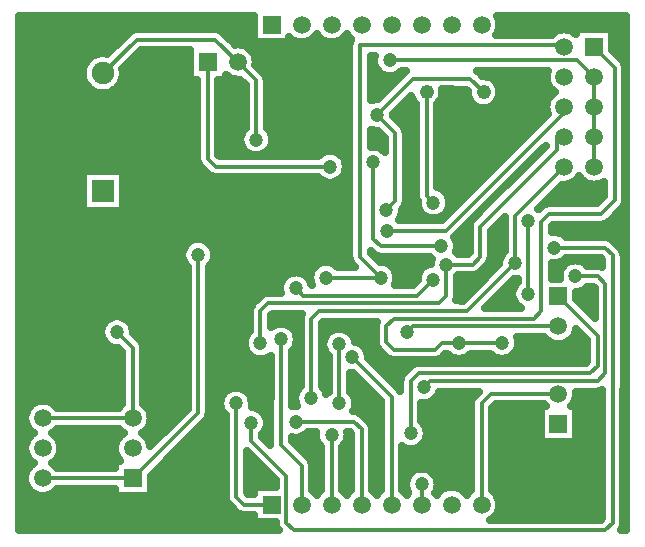
<source format=gbr>
G04 DipTrace 3.2.0.1*
G04 Bottom.gbr*
%MOIN*%
G04 #@! TF.FileFunction,Copper,L2,Bot*
G04 #@! TF.Part,Single*
G04 #@! TA.AperFunction,Conductor*
%ADD14C,0.011811*%
G04 #@! TA.AperFunction,CopperBalancing*
%ADD15C,0.025*%
G04 #@! TA.AperFunction,ComponentPad*
%ADD25R,0.074803X0.074803*%
%ADD26C,0.074803*%
%ADD27R,0.059055X0.059055*%
%ADD28C,0.059055*%
%ADD41C,0.048*%
G04 #@! TA.AperFunction,ViaPad*
%ADD42C,0.047244*%
%FSLAX26Y26*%
G04*
G70*
G90*
G75*
G01*
G04 Bottom*
%LPD*%
X1468701Y1286075D2*
D14*
X1650661D1*
X1581764Y1354972D1*
Y2060900D1*
X2262244D1*
Y2054651D1*
X1673177Y1441980D2*
X1868311D1*
X2262244Y1835913D1*
Y1854651D1*
X1250197Y1067374D2*
Y1174669D1*
X1275787Y1200260D1*
X1844441D1*
X1870031Y1225850D1*
Y1329783D1*
X1957028D1*
X1982619Y1355375D1*
Y1456299D1*
X2237257Y1710937D1*
Y1754651D1*
X2262244D1*
X1418701Y884299D2*
Y1149079D1*
X1444291Y1174669D1*
X1938791D1*
X2099335Y1335213D1*
Y1491741D1*
X2262244Y1654651D1*
X1987357Y529811D2*
Y866693D1*
X2019197Y898533D1*
X2243507D1*
X1235902Y1746028D2*
Y1943634D1*
X1174879Y2004656D1*
X2362244Y1654651D2*
Y1754651D1*
X524906Y817302D2*
X824906D1*
X1174879Y2004656D2*
X1100075Y2079461D1*
X837224D1*
X724916Y1967152D1*
X2362244Y1954651D2*
X2305990Y2010906D1*
X1681066D1*
X2362244Y1854651D2*
Y1954651D1*
Y1754651D2*
Y1854651D1*
X824906Y817302D2*
Y1051354D1*
X772039Y1104220D1*
X2362244Y2054651D2*
X2430987Y1985908D1*
Y1543298D1*
X2385866Y1498177D1*
X2211541D1*
X2185949Y1472585D1*
Y1174669D1*
X2160358Y1149079D1*
X1694972D1*
X1669382Y1123488D1*
Y1071311D1*
X1694972Y1045720D1*
X1831508D1*
X1853717Y1067929D1*
X1911512D1*
X2055587D1*
X1668378Y1510492D2*
X1698768Y1540882D1*
Y1767087D1*
X1637744Y1828110D1*
X1757988Y1948354D1*
X1949845D1*
X1993533Y1904667D1*
X1803533D2*
Y1559274D1*
X1826724Y1536083D1*
X1787357Y529811D2*
Y596740D1*
X1787358D1*
X524906Y617302D2*
X824906D1*
X1042413Y834810D1*
Y1361953D1*
X2142642Y1473465D2*
Y1232063D1*
X1794929Y920335D2*
X1816093Y941500D1*
X2373959D1*
X2399551Y967091D1*
Y1264827D1*
X2373961Y1290417D1*
X2299748D1*
X1751622Y767287D2*
Y941500D1*
X1777213Y967091D1*
X2348370D1*
X2373961Y992681D1*
Y1093034D1*
X2243507Y1223488D1*
X1738280Y1103669D2*
X1758098Y1123488D1*
X2243507D1*
X1852315Y1390807D2*
X1650661D1*
X1625071Y1416398D1*
Y1670161D1*
X1481933Y1655823D2*
X1100472D1*
X1074879Y1681416D1*
Y2004656D1*
X1512567Y1063437D2*
Y866740D1*
X1826724Y1279701D2*
X1772875Y1225850D1*
X1393295D1*
X1368701Y1250445D1*
X1318701Y1080169D2*
Y728000D1*
X1387357Y659344D1*
Y529811D1*
X2229256Y1386075D2*
X2399551D1*
X2425142Y1360484D1*
Y468976D1*
X2399551Y443386D1*
X1362161D1*
X1336571Y468976D1*
Y625283D1*
X1218701Y743154D1*
Y801827D1*
X1168701Y866524D2*
Y555402D1*
X1194291Y529811D1*
X1287357D1*
X1487357D2*
Y762567D1*
X1487358D1*
X1368701Y805874D2*
X1561764D1*
X1587357Y780281D1*
Y529811D1*
X1555874Y1020130D2*
X1687357Y888647D1*
Y529811D1*
D42*
X1650661Y1286075D3*
X1468701D3*
X1673177Y1441980D3*
X1250197Y1067374D3*
X1870031Y1329783D3*
X1418701Y884299D3*
X2099335Y1335213D3*
X1681066Y2010906D3*
X772039Y1104220D3*
X1235902Y1746028D3*
X1911512Y1067929D3*
X2055587D3*
X1637744Y1828110D3*
X1668378Y1510492D3*
X1826724Y1536083D3*
X1787358Y596740D3*
X1042413Y1361953D3*
X2142642Y1232063D3*
Y1473465D3*
X2299748Y1290417D3*
X1794929Y920335D3*
X1751622Y767287D3*
X1738280Y1103669D3*
X1625071Y1670161D3*
X1852315Y1390807D3*
X1481933Y1655823D3*
X1512567Y866740D3*
Y1063437D3*
X1368701Y1250445D3*
X1826724Y1279701D3*
X1218701Y801827D3*
X2229256Y1386075D3*
X1168701Y866524D3*
X1487358Y762567D3*
X1368701Y805874D3*
X1555874Y1020130D3*
X1318701Y1080169D3*
X448071Y2132867D2*
D15*
X1226082D1*
X2048559D2*
X2465306D1*
X448071Y2107999D2*
X814203D1*
X1123106D2*
X1226082D1*
X2044504D2*
X2235073D1*
X2289414D2*
X2300957D1*
X2423513D2*
X2465306D1*
X448071Y2083130D2*
X788689D1*
X1148620D2*
X1226082D1*
X1425789D2*
X1448923D1*
X1525799D2*
X1548932D1*
X2423513D2*
X2465306D1*
X448071Y2058261D2*
X763822D1*
X1201477D2*
X1544123D1*
X2423513D2*
X2465306D1*
X448071Y2033392D2*
X715055D1*
X843353D2*
X1013611D1*
X1228642D2*
X1544123D1*
X2435714D2*
X2465306D1*
X448071Y2008524D2*
X670164D1*
X818485D2*
X1013611D1*
X1236034D2*
X1544123D1*
X448071Y1983655D2*
X657856D1*
X793618D2*
X1013611D1*
X1248091D2*
X1544123D1*
X1619420D2*
X1633260D1*
X448071Y1958786D2*
X656277D1*
X793546D2*
X1013611D1*
X1270124D2*
X1544123D1*
X1619420D2*
X1669682D1*
X1692445D2*
X1716188D1*
X1991611D2*
X2201127D1*
X448071Y1933917D2*
X664638D1*
X785185D2*
X1037223D1*
X1112520D2*
X1193391D1*
X1273569D2*
X1544123D1*
X1619420D2*
X1691320D1*
X2040521D2*
X2204751D1*
X448071Y1909049D2*
X689757D1*
X760066D2*
X1037223D1*
X1112520D2*
X1198236D1*
X1273569D2*
X1544123D1*
X1619420D2*
X1666452D1*
X1859091D2*
X1936947D1*
X2049098D2*
X2222657D1*
X448071Y1884180D2*
X1037223D1*
X1112520D2*
X1198236D1*
X1273569D2*
X1544123D1*
X1619420D2*
X1641585D1*
X1855180D2*
X1941900D1*
X2045186D2*
X2208914D1*
X448071Y1859311D2*
X1037223D1*
X1112520D2*
X1198236D1*
X1273569D2*
X1544123D1*
X1721152D2*
X1765888D1*
X1841185D2*
X1963143D1*
X2023943D2*
X2201163D1*
X448071Y1834442D2*
X1037223D1*
X1112520D2*
X1198236D1*
X1273569D2*
X1544123D1*
X1696284D2*
X1765888D1*
X1841185D2*
X2204536D1*
X448071Y1809573D2*
X1037223D1*
X1112520D2*
X1198236D1*
X1273569D2*
X1544123D1*
X1708485D2*
X1765888D1*
X1841185D2*
X2183687D1*
X448071Y1784705D2*
X1037223D1*
X1112520D2*
X1197339D1*
X1274430D2*
X1544123D1*
X1731702D2*
X1765888D1*
X1841185D2*
X2158819D1*
X448071Y1759836D2*
X1037223D1*
X1112520D2*
X1182375D1*
X1289429D2*
X1544123D1*
X1619420D2*
X1653821D1*
X1736439D2*
X1765888D1*
X1841185D2*
X2133952D1*
X448071Y1734967D2*
X1037223D1*
X1112520D2*
X1181693D1*
X1290111D2*
X1544123D1*
X1619420D2*
X1661106D1*
X1736439D2*
X1765888D1*
X1841185D2*
X2109084D1*
X448071Y1710098D2*
X1037223D1*
X1112520D2*
X1194611D1*
X1277193D2*
X1544123D1*
X1736439D2*
X1765888D1*
X1841185D2*
X2084216D1*
X448071Y1685230D2*
X1037223D1*
X1528382D2*
X1544123D1*
X1736439D2*
X1765888D1*
X1841185D2*
X2059348D1*
X448071Y1660361D2*
X1044221D1*
X1736439D2*
X1765888D1*
X1841185D2*
X2034481D1*
X448071Y1635492D2*
X655774D1*
X794048D2*
X1068586D1*
X1533227D2*
X1544122D1*
X1736439D2*
X1765888D1*
X1841185D2*
X2009613D1*
X448071Y1610623D2*
X655774D1*
X794048D2*
X1452009D1*
X1511876D2*
X1544123D1*
X1736439D2*
X1765888D1*
X1841185D2*
X1984745D1*
X2303696D2*
X2320801D1*
X448071Y1585755D2*
X655774D1*
X794048D2*
X1544123D1*
X1736439D2*
X1765888D1*
X1847321D2*
X1959877D1*
X2245564D2*
X2393323D1*
X448071Y1560886D2*
X655774D1*
X794048D2*
X1544123D1*
X1736439D2*
X1765888D1*
X1875921D2*
X1935010D1*
X2220696D2*
X2393323D1*
X448071Y1536017D2*
X655774D1*
X794048D2*
X1544123D1*
X1736080D2*
X1771342D1*
X1882093D2*
X1910142D1*
X2195828D2*
X2371505D1*
X448071Y1511148D2*
X655774D1*
X794048D2*
X1544123D1*
X1723736D2*
X1777586D1*
X1875849D2*
X1885243D1*
X2451036D2*
X2465306D1*
X448071Y1486280D2*
X1544123D1*
X1717887D2*
X1806473D1*
X1846962D2*
X1860407D1*
X2426169D2*
X2465306D1*
X448071Y1461411D2*
X1544123D1*
X2039947D2*
X2061681D1*
X2226976D2*
X2465306D1*
X448071Y1436542D2*
X1544123D1*
X1915070D2*
X1944950D1*
X2020283D2*
X2061681D1*
X2247501D2*
X2465306D1*
X448071Y1411673D2*
X1021937D1*
X1062893D2*
X1544123D1*
X1903408D2*
X1944950D1*
X2020283D2*
X2061681D1*
X2426133D2*
X2465306D1*
X448071Y1386804D2*
X993265D1*
X1091564D2*
X1544123D1*
X1907535D2*
X1944950D1*
X2020283D2*
X2061681D1*
X2451036D2*
X2465306D1*
X448071Y1361936D2*
X987057D1*
X1097772D2*
X1544123D1*
X2020283D2*
X2051203D1*
X448071Y1337067D2*
X993265D1*
X1091564D2*
X1452224D1*
X1485178D2*
X1549004D1*
X1667111D2*
X1815157D1*
X2015115D2*
X2043990D1*
X2251592D2*
X2272357D1*
X2327128D2*
X2387473D1*
X448071Y1312198D2*
X1004748D1*
X1080081D2*
X1420251D1*
X1699119D2*
X1782538D1*
X1991647D2*
X2024110D1*
X2223602D2*
X2249068D1*
X448071Y1287329D2*
X1004748D1*
X1080081D2*
X1328316D1*
X1706009D2*
X1771916D1*
X1907678D2*
X1999242D1*
X2223602D2*
X2244475D1*
X448071Y1262461D2*
X1004748D1*
X1080081D2*
X1314716D1*
X1700483D2*
X1757275D1*
X1907678D2*
X1974375D1*
X2078810D2*
X2096883D1*
X448071Y1237592D2*
X1004748D1*
X1080081D2*
X1314931D1*
X1907678D2*
X1949507D1*
X2053942D2*
X2087553D1*
X2304772D2*
X2361888D1*
X448071Y1212723D2*
X1004748D1*
X1080081D2*
X1236022D1*
X1905130D2*
X1924639D1*
X2029074D2*
X2090927D1*
X2306495D2*
X2361888D1*
X448071Y1187854D2*
X1004748D1*
X1080081D2*
X1215101D1*
X2004207D2*
X2111129D1*
X2331363D2*
X2361888D1*
X448071Y1162986D2*
X1004748D1*
X1080081D2*
X1212553D1*
X1290721D2*
X1383900D1*
X448071Y1138117D2*
X728978D1*
X815112D2*
X1004748D1*
X1080081D2*
X1212553D1*
X1287851D2*
X1381030D1*
X1459951D2*
X1634910D1*
X448071Y1113248D2*
X717459D1*
X826631D2*
X1004748D1*
X1080081D2*
X1212553D1*
X1362454D2*
X1381030D1*
X1456363D2*
X1492342D1*
X1532796D2*
X1631717D1*
X448071Y1088379D2*
X719110D1*
X840088D2*
X1004748D1*
X1080081D2*
X1199169D1*
X1373434D2*
X1381030D1*
X1561683D2*
X1631717D1*
X2293146D2*
X2326399D1*
X448071Y1063510D2*
X735796D1*
X860398D2*
X1004748D1*
X1080081D2*
X1194970D1*
X1371389D2*
X1381030D1*
X1588596D2*
X1632614D1*
X2110783D2*
X2336303D1*
X448071Y1038642D2*
X785388D1*
X862551D2*
X1004748D1*
X1080081D2*
X1203331D1*
X1356353D2*
X1381030D1*
X1607902D2*
X1649838D1*
X2102099D2*
X2336303D1*
X448071Y1013773D2*
X787254D1*
X862551D2*
X1004748D1*
X1080081D2*
X1281056D1*
X1356353D2*
X1381030D1*
X1456363D2*
X1474903D1*
X1614433D2*
X1677792D1*
X1848684D2*
X2336303D1*
X448071Y988904D2*
X787254D1*
X862551D2*
X1004748D1*
X1080081D2*
X1281056D1*
X1356353D2*
X1381030D1*
X1456363D2*
X1474903D1*
X1639300D2*
X1746797D1*
X448071Y964035D2*
X787254D1*
X862551D2*
X1004748D1*
X1080081D2*
X1281056D1*
X1356353D2*
X1381030D1*
X1456363D2*
X1474903D1*
X1550236D2*
X1559769D1*
X1664168D2*
X1722145D1*
X448071Y939167D2*
X787254D1*
X862551D2*
X1004748D1*
X1080081D2*
X1281056D1*
X1356353D2*
X1381030D1*
X1456363D2*
X1474903D1*
X1550236D2*
X1584637D1*
X1689036D2*
X1713963D1*
X448071Y914298D2*
X787254D1*
X862551D2*
X1004748D1*
X1080081D2*
X1143548D1*
X1193834D2*
X1281056D1*
X1356353D2*
X1372669D1*
X1464724D2*
X1474903D1*
X1550236D2*
X1609504D1*
X448071Y889429D2*
X787254D1*
X862551D2*
X1004748D1*
X1080081D2*
X1118537D1*
X1218845D2*
X1281056D1*
X1562831D2*
X1634372D1*
X1840323D2*
X1958047D1*
X2304091D2*
X2387473D1*
X448071Y864560D2*
X487478D1*
X562344D2*
X787254D1*
X862551D2*
X1004748D1*
X1080081D2*
X1113370D1*
X1224048D2*
X1281056D1*
X1356353D2*
X1367142D1*
X1567891D2*
X1649695D1*
X1789260D2*
X1949686D1*
X2293971D2*
X2387473D1*
X448071Y839692D2*
X468064D1*
X881749D2*
X995095D1*
X1080081D2*
X1120654D1*
X1258103D2*
X1281056D1*
X1573848D2*
X1649695D1*
X1789260D2*
X1949686D1*
X2025019D2*
X2182216D1*
X2304772D2*
X2387473D1*
X448071Y814823D2*
X463686D1*
X886127D2*
X970228D1*
X1073837D2*
X1131060D1*
X1272456D2*
X1281056D1*
X1605031D2*
X1649695D1*
X1789260D2*
X1949686D1*
X2025019D2*
X2182216D1*
X2304772D2*
X2387473D1*
X448071Y789954D2*
X470397D1*
X879417D2*
X945360D1*
X1049759D2*
X1131060D1*
X1272707D2*
X1281056D1*
X1623655D2*
X1649695D1*
X1801892D2*
X1949686D1*
X2025019D2*
X2182216D1*
X2304772D2*
X2387473D1*
X448071Y765085D2*
X488195D1*
X561626D2*
X788187D1*
X861618D2*
X920492D1*
X1024891D2*
X1131060D1*
X1259215D2*
X1281056D1*
X1404833D2*
X1432057D1*
X1625018D2*
X1649695D1*
X1806951D2*
X1949686D1*
X2025019D2*
X2182216D1*
X2304772D2*
X2387473D1*
X448071Y740217D2*
X468280D1*
X581542D2*
X768271D1*
X881534D2*
X895588D1*
X1000023D2*
X1131060D1*
X1358686D2*
X1436937D1*
X1537784D2*
X1549721D1*
X1625018D2*
X1649695D1*
X1799523D2*
X1949686D1*
X2025019D2*
X2182216D1*
X2304772D2*
X2387473D1*
X448071Y715348D2*
X463650D1*
X586135D2*
X763678D1*
X975156D2*
X1131060D1*
X1383554D2*
X1449712D1*
X1525009D2*
X1549721D1*
X1625018D2*
X1649695D1*
X1725028D2*
X1739262D1*
X1763998D2*
X1949686D1*
X2025019D2*
X2387473D1*
X448071Y690479D2*
X470110D1*
X579712D2*
X770101D1*
X950288D2*
X1131060D1*
X1206358D2*
X1219156D1*
X1408421D2*
X1449712D1*
X1525009D2*
X1549721D1*
X1625018D2*
X1649695D1*
X1725028D2*
X1949686D1*
X2025019D2*
X2387473D1*
X448071Y665610D2*
X488913D1*
X560873D2*
X763642D1*
X925420D2*
X1131060D1*
X1206358D2*
X1244024D1*
X1424462D2*
X1449712D1*
X1525009D2*
X1549721D1*
X1625018D2*
X1649695D1*
X1725028D2*
X1949686D1*
X2025019D2*
X2387473D1*
X448071Y640741D2*
X468495D1*
X900553D2*
X1131060D1*
X1206358D2*
X1268892D1*
X1425000D2*
X1449712D1*
X1525009D2*
X1549721D1*
X1625018D2*
X1649695D1*
X1725028D2*
X1755553D1*
X1819152D2*
X1949686D1*
X2025019D2*
X2387473D1*
X448071Y615873D2*
X463650D1*
X886199D2*
X1131060D1*
X1206358D2*
X1293759D1*
X1425000D2*
X1449712D1*
X1525009D2*
X1549721D1*
X1625018D2*
X1649695D1*
X1725028D2*
X1735591D1*
X1839139D2*
X1949686D1*
X2025019D2*
X2387473D1*
X448071Y591004D2*
X469858D1*
X886199D2*
X1131060D1*
X1206358D2*
X1298927D1*
X1425000D2*
X1449712D1*
X1525009D2*
X1549721D1*
X1625018D2*
X1649695D1*
X1842405D2*
X1949686D1*
X2025019D2*
X2387473D1*
X448071Y566135D2*
X493470D1*
X556316D2*
X763642D1*
X886199D2*
X1131060D1*
X1210197D2*
X1226082D1*
X2036072D2*
X2387473D1*
X448071Y541266D2*
X1134003D1*
X2047519D2*
X2387473D1*
X448071Y516398D2*
X1155498D1*
X2047088D2*
X2387473D1*
X448071Y491529D2*
X1226082D1*
X2034457D2*
X2387473D1*
X448071Y466660D2*
X1298998D1*
X667453Y1640101D2*
X791566D1*
Y1506802D1*
X658266D1*
Y1640101D1*
X667453D1*
X791360Y1961923D2*
X789724Y1951593D1*
X786492Y1941647D1*
X781744Y1932328D1*
X775597Y1923867D1*
X768201Y1916471D1*
X759740Y1910324D1*
X750422Y1905576D1*
X740475Y1902344D1*
X730145Y1900708D1*
X719687D1*
X709357Y1902344D1*
X699410Y1905576D1*
X690092Y1910324D1*
X681631Y1916471D1*
X674235Y1923867D1*
X668088Y1932328D1*
X663340Y1941647D1*
X660108Y1951593D1*
X658472Y1961923D1*
Y1972381D1*
X660108Y1982711D1*
X663340Y1992658D1*
X668088Y2001977D1*
X674235Y2010438D1*
X681631Y2017833D1*
X690092Y2023980D1*
X699410Y2028728D1*
X709357Y2031960D1*
X719687Y2033596D1*
X730145D1*
X740094Y2032036D1*
X814394Y2106192D1*
X818857Y2109434D1*
X823772Y2111938D1*
X829018Y2113643D1*
X834466Y2114506D1*
X892343Y2114614D1*
X1102833Y2114506D1*
X1108281Y2113643D1*
X1113528Y2111938D1*
X1118443Y2109434D1*
X1122905Y2106192D1*
X1163907Y2065344D1*
X1166419Y2062832D1*
X1174879Y2063432D1*
X1184074Y2062708D1*
X1193042Y2060555D1*
X1201563Y2057026D1*
X1209427Y2052207D1*
X1216440Y2046217D1*
X1222430Y2039204D1*
X1227249Y2031340D1*
X1230778Y2022819D1*
X1232931Y2013851D1*
X1233655Y2004656D1*
X1233022Y1996231D1*
X1262633Y1966464D1*
X1265875Y1962002D1*
X1268379Y1957087D1*
X1270084Y1951840D1*
X1270947Y1946392D1*
X1271055Y1888516D1*
Y1785492D1*
X1276104Y1780364D1*
X1280981Y1773652D1*
X1284747Y1766260D1*
X1287311Y1758370D1*
X1288609Y1750176D1*
Y1741879D1*
X1287311Y1733685D1*
X1284747Y1725795D1*
X1280981Y1718403D1*
X1276104Y1711691D1*
X1270238Y1705825D1*
X1263526Y1700948D1*
X1256134Y1697182D1*
X1248244Y1694618D1*
X1240050Y1693320D1*
X1231753D1*
X1223559Y1694618D1*
X1215669Y1697182D1*
X1208277Y1700948D1*
X1201565Y1705825D1*
X1195699Y1711691D1*
X1190822Y1718403D1*
X1187056Y1725795D1*
X1184492Y1733685D1*
X1183194Y1741879D1*
Y1750176D1*
X1184492Y1758370D1*
X1187056Y1766260D1*
X1190822Y1773652D1*
X1195699Y1780364D1*
X1200744Y1785471D1*
X1200748Y1929073D1*
X1183310Y1946510D1*
X1174879Y1945881D1*
X1165685Y1946604D1*
X1156717Y1948757D1*
X1148196Y1952287D1*
X1140332Y1957106D1*
X1133650Y1962790D1*
X1133655Y1945880D1*
X1110007D1*
X1110033Y1695945D1*
X1115037Y1690973D1*
X1442413Y1690976D1*
X1447597Y1696026D1*
X1454309Y1700902D1*
X1461701Y1704668D1*
X1469591Y1707232D1*
X1477785Y1708530D1*
X1486081D1*
X1494275Y1707232D1*
X1502166Y1704668D1*
X1509558Y1700902D1*
X1516269Y1696026D1*
X1522136Y1690159D1*
X1527012Y1683447D1*
X1530779Y1676055D1*
X1533342Y1668165D1*
X1534640Y1659971D1*
Y1651675D1*
X1533342Y1643481D1*
X1530779Y1635590D1*
X1527012Y1628198D1*
X1522136Y1621486D1*
X1516269Y1615620D1*
X1509558Y1610744D1*
X1502166Y1606977D1*
X1494275Y1604414D1*
X1486081Y1603116D1*
X1477785D1*
X1469591Y1604414D1*
X1461701Y1606977D1*
X1454309Y1610744D1*
X1447597Y1615620D1*
X1442490Y1620665D1*
X1097714Y1620778D1*
X1092266Y1621640D1*
X1087020Y1623345D1*
X1082105Y1625849D1*
X1077642Y1629092D1*
X1050022Y1656559D1*
X1046439Y1660753D1*
X1043557Y1665457D1*
X1041446Y1670553D1*
X1040158Y1675917D1*
X1039726Y1681416D1*
Y1945847D1*
X1016104Y1945880D1*
Y2044311D1*
X851792Y2044307D1*
X789791Y1982313D1*
X791360Y1972381D1*
Y1961923D1*
X1237768Y588587D2*
X1301390D1*
X1301417Y610755D1*
X1203849Y708291D1*
X1203854Y569941D1*
X1208859Y564958D1*
X1228561Y564965D1*
X1228581Y588587D1*
X1237768D1*
X1301385Y471035D2*
X1228581D1*
Y494683D1*
X1191533Y494766D1*
X1186085Y495629D1*
X1180839Y497333D1*
X1175924Y499838D1*
X1171461Y503080D1*
X1143843Y530544D1*
X1140261Y534739D1*
X1137379Y539442D1*
X1135268Y544539D1*
X1133980Y549902D1*
X1133548Y555412D1*
X1133547Y827009D1*
X1128498Y832187D1*
X1123622Y838899D1*
X1119855Y846291D1*
X1117292Y854181D1*
X1115994Y862375D1*
Y870672D1*
X1117292Y878866D1*
X1119855Y886756D1*
X1123622Y894148D1*
X1128498Y900860D1*
X1134364Y906726D1*
X1141076Y911603D1*
X1148468Y915369D1*
X1156359Y917933D1*
X1164553Y919231D1*
X1172849D1*
X1181043Y917933D1*
X1188933Y915369D1*
X1196325Y911603D1*
X1203037Y906726D1*
X1208904Y900860D1*
X1213780Y894148D1*
X1217546Y886756D1*
X1220110Y878866D1*
X1221408Y870672D1*
Y862375D1*
X1220208Y854674D1*
X1226971Y854046D1*
X1235039Y852109D1*
X1242703Y848934D1*
X1249777Y844600D1*
X1256086Y839212D1*
X1261474Y832903D1*
X1265808Y825829D1*
X1268983Y818165D1*
X1270920Y810097D1*
X1271571Y801827D1*
X1270920Y793556D1*
X1268983Y785489D1*
X1265808Y777824D1*
X1261474Y770751D1*
X1256086Y764442D1*
X1253859Y762384D1*
X1256550Y755019D1*
X1283522Y728047D1*
X1283547Y1026377D1*
X1277821Y1022295D1*
X1270429Y1018528D1*
X1262539Y1015965D1*
X1254345Y1014667D1*
X1246049D1*
X1237855Y1015965D1*
X1229964Y1018528D1*
X1222572Y1022295D1*
X1215860Y1027171D1*
X1209994Y1033038D1*
X1205118Y1039749D1*
X1201351Y1047142D1*
X1198788Y1055032D1*
X1197490Y1063226D1*
Y1071522D1*
X1198788Y1079716D1*
X1201351Y1087607D1*
X1205118Y1094999D1*
X1209994Y1101710D1*
X1215039Y1106817D1*
X1215152Y1177427D1*
X1216014Y1182876D1*
X1217719Y1188122D1*
X1220223Y1193037D1*
X1223466Y1197500D1*
X1250930Y1225117D1*
X1255125Y1228700D1*
X1259828Y1231582D1*
X1264924Y1233693D1*
X1270288Y1234981D1*
X1275787Y1235414D1*
X1318023D1*
X1316482Y1242174D1*
X1315831Y1250445D1*
X1316482Y1258716D1*
X1318418Y1266783D1*
X1321593Y1274447D1*
X1325928Y1281521D1*
X1331316Y1287830D1*
X1337625Y1293218D1*
X1344698Y1297552D1*
X1352363Y1300727D1*
X1360430Y1302664D1*
X1368701Y1303315D1*
X1376971Y1302664D1*
X1385039Y1300727D1*
X1392703Y1297552D1*
X1399777Y1293218D1*
X1406086Y1287830D1*
X1411474Y1281521D1*
X1415808Y1274447D1*
X1418983Y1266783D1*
X1420468Y1260990D1*
X1422182Y1261004D1*
X1419855Y1265842D1*
X1417292Y1273733D1*
X1415994Y1281927D1*
Y1290223D1*
X1417292Y1298417D1*
X1419855Y1306307D1*
X1423622Y1313699D1*
X1428498Y1320411D1*
X1434364Y1326278D1*
X1441076Y1331154D1*
X1448468Y1334920D1*
X1456359Y1337484D1*
X1464553Y1338782D1*
X1472849D1*
X1481043Y1337484D1*
X1488933Y1334920D1*
X1496325Y1331154D1*
X1503037Y1326278D1*
X1508144Y1321233D1*
X1565768Y1321228D1*
X1555033Y1332142D1*
X1551790Y1336605D1*
X1549286Y1341520D1*
X1547581Y1346766D1*
X1546719Y1352214D1*
X1546610Y1410091D1*
X1546719Y2063658D1*
X1547581Y2069107D1*
X1549286Y2074353D1*
X1551790Y2079268D1*
X1553331Y2081572D1*
X1545796Y2088082D1*
X1539807Y2095096D1*
X1537353Y2098768D1*
X1532050Y2091471D1*
X1525529Y2084950D1*
X1518067Y2079529D1*
X1509849Y2075341D1*
X1501078Y2072491D1*
X1491968Y2071049D1*
X1482745D1*
X1473636Y2072491D1*
X1464865Y2075341D1*
X1456647Y2079529D1*
X1449185Y2084950D1*
X1442664Y2091471D1*
X1437353Y2098768D1*
X1432050Y2091471D1*
X1425529Y2084950D1*
X1418067Y2079529D1*
X1409849Y2075341D1*
X1401078Y2072491D1*
X1391968Y2071049D1*
X1382745D1*
X1373636Y2072491D1*
X1364865Y2075341D1*
X1356647Y2079529D1*
X1349185Y2084950D1*
X1346127Y2087776D1*
X1346133Y2070867D1*
X1228581D1*
Y2157743D1*
X445574Y2157736D1*
X445571Y444171D1*
X1311623Y444193D1*
X1308131Y448314D1*
X1305249Y453017D1*
X1303138Y458113D1*
X1301850Y463477D1*
X1301417Y471022D1*
X1422513Y576882D2*
X1428918Y571372D1*
X1434907Y564358D1*
X1437361Y560686D1*
X1442664Y567983D1*
X1449185Y574504D1*
X1452201Y576882D1*
X1452203Y723047D1*
X1447156Y728231D1*
X1442279Y734942D1*
X1438513Y742334D1*
X1435949Y750225D1*
X1434651Y758419D1*
Y766715D1*
X1435126Y770725D1*
X1408215Y770720D1*
X1403037Y765671D1*
X1396325Y760795D1*
X1388933Y757028D1*
X1381043Y754465D1*
X1372849Y753167D1*
X1364553D1*
X1356359Y754465D1*
X1353846Y755173D1*
X1353854Y742535D1*
X1414088Y682174D1*
X1417330Y677712D1*
X1419835Y672797D1*
X1421539Y667550D1*
X1422402Y662102D1*
X1422511Y604226D1*
Y576918D1*
X1522513Y576882D2*
X1528918Y571372D1*
X1534907Y564358D1*
X1537361Y560686D1*
X1542664Y567983D1*
X1549185Y574504D1*
X1552201Y576882D1*
X1552203Y765750D1*
X1547199Y770724D1*
X1539623Y770720D1*
X1540228Y762567D1*
X1539577Y754296D1*
X1537641Y746229D1*
X1534466Y738564D1*
X1530131Y731491D1*
X1524743Y725182D1*
X1522516Y723124D1*
X1522511Y576938D1*
X1622513Y576882D2*
X1628918Y571372D1*
X1634907Y564358D1*
X1637361Y560686D1*
X1642664Y567983D1*
X1649185Y574504D1*
X1652201Y576882D1*
X1652203Y874120D1*
X1558948Y967341D1*
X1551726Y967423D1*
X1547716Y967897D1*
X1547721Y906228D1*
X1552770Y901077D1*
X1557646Y894365D1*
X1561413Y886973D1*
X1563976Y879082D1*
X1565274Y870888D1*
Y862592D1*
X1563976Y854398D1*
X1561413Y846508D1*
X1558716Y841026D1*
X1564522Y840919D1*
X1569970Y840056D1*
X1575217Y838352D1*
X1580132Y835847D1*
X1584594Y832605D1*
X1612214Y805138D1*
X1615797Y800944D1*
X1618679Y796240D1*
X1620790Y791144D1*
X1622078Y785780D1*
X1622511Y780281D1*
Y576925D1*
X1722513Y576882D2*
X1728918Y571372D1*
X1734907Y564358D1*
X1737361Y560686D1*
X1742847Y568181D1*
X1740251Y572738D1*
X1737076Y580402D1*
X1735139Y588469D1*
X1734488Y596740D1*
X1735139Y605011D1*
X1737076Y613078D1*
X1740251Y620743D1*
X1744585Y627816D1*
X1749973Y634125D1*
X1756282Y639513D1*
X1763356Y643848D1*
X1771021Y647023D1*
X1779088Y648959D1*
X1787358Y649610D1*
X1795629Y648959D1*
X1803696Y647023D1*
X1811361Y643848D1*
X1818435Y639513D1*
X1824743Y634125D1*
X1830131Y627816D1*
X1834466Y620743D1*
X1837641Y613078D1*
X1839577Y605011D1*
X1840228Y596740D1*
X1839577Y588469D1*
X1837641Y580402D1*
X1834466Y572738D1*
X1831834Y568212D1*
X1837361Y560686D1*
X1842664Y567983D1*
X1849185Y574504D1*
X1856647Y579925D1*
X1864865Y584113D1*
X1873636Y586963D1*
X1882745Y588405D1*
X1891968D1*
X1901078Y586963D1*
X1909849Y584113D1*
X1918067Y579925D1*
X1925529Y574504D1*
X1932050Y567983D1*
X1937361Y560686D1*
X1942664Y567983D1*
X1949185Y574504D1*
X1952201Y576882D1*
X1952312Y869451D1*
X1953175Y874899D1*
X1954879Y880146D1*
X1957384Y885061D1*
X1960626Y889523D1*
X1977293Y906343D1*
X1845924Y906346D1*
X1843775Y900102D1*
X1840008Y892710D1*
X1835132Y885998D1*
X1829266Y880132D1*
X1822554Y875255D1*
X1815162Y871489D1*
X1807271Y868925D1*
X1799077Y867628D1*
X1790781D1*
X1786776Y868009D1*
Y806755D1*
X1791825Y801624D1*
X1796701Y794912D1*
X1800468Y787520D1*
X1803031Y779630D1*
X1804329Y771436D1*
Y763139D1*
X1803031Y754945D1*
X1800468Y747055D1*
X1796701Y739663D1*
X1791825Y732951D1*
X1785958Y727085D1*
X1779247Y722208D1*
X1771855Y718442D1*
X1763964Y715878D1*
X1755770Y714580D1*
X1747474D1*
X1739280Y715878D1*
X1731390Y718442D1*
X1723998Y722208D1*
X1722501Y723208D1*
X1722511Y576921D1*
X2045951Y525200D2*
X2044509Y516090D1*
X2041659Y507319D1*
X2037471Y499101D1*
X2032050Y491639D1*
X2025529Y485118D1*
X2018067Y479697D1*
X2016007Y478543D1*
X2384968Y478539D1*
X2389994Y483544D1*
X2389918Y910177D1*
X2384822Y908067D1*
X2379458Y906779D1*
X2373948Y906347D1*
X2301796Y906346D1*
X2302282Y898533D1*
X2301559Y889338D1*
X2299405Y880370D1*
X2295876Y871849D1*
X2291057Y863985D1*
X2285373Y857303D1*
X2302282Y857308D1*
Y739757D1*
X2184731D1*
Y857308D1*
X2201632D1*
X2196436Y863377D1*
X2033763Y863379D1*
X2022512Y852133D1*
X2022511Y576928D1*
X2028918Y571372D1*
X2034907Y564358D1*
X2039726Y556495D1*
X2043256Y547974D1*
X2045409Y539006D1*
X2046133Y529811D1*
X2045951Y525200D1*
X2312655Y2113426D2*
X2421020D1*
Y2045569D1*
X2457718Y2008739D1*
X2460960Y2004276D1*
X2463465Y1999361D1*
X2465169Y1994115D1*
X2466032Y1988666D1*
X2466140Y1930790D1*
X2466032Y1540540D1*
X2465169Y1535091D1*
X2463465Y1529845D1*
X2460960Y1524930D1*
X2457718Y1520467D1*
X2416870Y1479466D1*
X2408697Y1471446D1*
X2404234Y1468204D1*
X2399319Y1465699D1*
X2394073Y1463995D1*
X2388624Y1463132D1*
X2330748Y1463024D1*
X2226074D1*
X2221098Y1458019D1*
X2221102Y1438316D1*
X2229256Y1438945D1*
X2237527Y1438294D1*
X2245594Y1436357D1*
X2253258Y1433182D1*
X2260332Y1428848D1*
X2266641Y1423460D1*
X2268699Y1421233D1*
X2402309Y1421120D1*
X2407758Y1420257D1*
X2413004Y1418552D1*
X2417919Y1416048D1*
X2422382Y1412806D1*
X2449999Y1385342D1*
X2453582Y1381147D1*
X2456464Y1376444D1*
X2458575Y1371347D1*
X2459862Y1365983D1*
X2460295Y1360484D1*
X2460187Y466218D1*
X2459324Y460770D1*
X2457619Y455524D1*
X2455115Y450609D1*
X2451865Y446138D1*
X2454068Y444193D1*
X2467812D1*
X2467815Y2157758D1*
X2038975Y2157736D1*
X2041659Y2152135D1*
X2044509Y2143364D1*
X2045951Y2134255D1*
Y2125032D1*
X2044509Y2115922D1*
X2041659Y2107151D1*
X2037471Y2098933D1*
X2035538Y2096040D1*
X2220683Y2096212D1*
X2227697Y2102201D1*
X2235561Y2107020D1*
X2244081Y2110550D1*
X2253050Y2112703D1*
X2262244Y2113427D1*
X2271439Y2112703D1*
X2280407Y2110550D1*
X2288928Y2107020D1*
X2296792Y2102201D1*
X2303474Y2096517D1*
X2303469Y2113426D1*
X2312655D1*
X2231369Y1904647D2*
X2224072Y1909958D1*
X2217551Y1916479D1*
X2212130Y1923941D1*
X2207943Y1932158D1*
X2205092Y1940930D1*
X2203650Y1950039D1*
Y1959262D1*
X2205092Y1968372D1*
X2207425Y1975740D1*
X1971872Y1975752D1*
X1981198Y1966716D1*
X1990104Y1957810D1*
X1997711Y1957751D1*
X2005963Y1956443D1*
X2013910Y1953861D1*
X2021355Y1950068D1*
X2028115Y1945157D1*
X2034023Y1939248D1*
X2038934Y1932489D1*
X2042728Y1925044D1*
X2045310Y1917097D1*
X2046617Y1908844D1*
Y1900489D1*
X2045310Y1892236D1*
X2042728Y1884290D1*
X2038934Y1876845D1*
X2034023Y1870085D1*
X2028115Y1864177D1*
X2021355Y1859265D1*
X2013910Y1855472D1*
X2005963Y1852890D1*
X1997711Y1851583D1*
X1989355D1*
X1981102Y1852890D1*
X1973156Y1855472D1*
X1965711Y1859265D1*
X1958951Y1864177D1*
X1953043Y1870085D1*
X1948131Y1876845D1*
X1944338Y1884290D1*
X1941756Y1892236D1*
X1940449Y1900489D1*
X1940419Y1908077D1*
X1935309Y1913176D1*
X1856080Y1913201D1*
X1856781Y1904667D1*
X1856125Y1896337D1*
X1854175Y1888212D1*
X1850977Y1880493D1*
X1846611Y1873368D1*
X1841185Y1867015D1*
X1838678Y1864698D1*
X1838686Y1587558D1*
X1846957Y1584928D1*
X1854349Y1581162D1*
X1861061Y1576285D1*
X1866927Y1570419D1*
X1871804Y1563707D1*
X1875570Y1556315D1*
X1878134Y1548425D1*
X1879432Y1540231D1*
Y1531935D1*
X1878134Y1523740D1*
X1875570Y1515850D1*
X1871804Y1508458D1*
X1866927Y1501746D1*
X1861061Y1495880D1*
X1854349Y1491004D1*
X1846957Y1487237D1*
X1839067Y1484673D1*
X1830873Y1483376D1*
X1822576D1*
X1814382Y1484673D1*
X1806492Y1487237D1*
X1799100Y1491004D1*
X1792388Y1495880D1*
X1786522Y1501746D1*
X1781645Y1508458D1*
X1777879Y1515850D1*
X1775315Y1523740D1*
X1774017Y1531935D1*
X1774015Y1540182D1*
X1771055Y1545822D1*
X1769350Y1551068D1*
X1768488Y1556516D1*
X1768379Y1614392D1*
Y1864685D1*
X1763043Y1870085D1*
X1758131Y1876845D1*
X1754338Y1884290D1*
X1751727Y1892380D1*
X1690510Y1831161D1*
X1690495Y1825080D1*
X1725499Y1789917D1*
X1728741Y1785454D1*
X1731245Y1780539D1*
X1732950Y1775293D1*
X1733813Y1769845D1*
X1733921Y1711969D1*
X1733813Y1538124D1*
X1732950Y1532675D1*
X1731245Y1527429D1*
X1728741Y1522514D1*
X1725499Y1518051D1*
X1723617Y1516017D1*
X1721248Y1510492D1*
X1720597Y1502221D1*
X1718660Y1494154D1*
X1715486Y1486490D1*
X1710860Y1479047D1*
X1719109Y1477134D1*
X1853782D1*
X2208204Y1831588D1*
X2206345Y1836488D1*
X2204192Y1845456D1*
X2203469Y1854651D1*
X2204192Y1863845D1*
X2206345Y1872814D1*
X2209875Y1881334D1*
X2214694Y1889198D1*
X2220683Y1896212D1*
X2227697Y1902201D1*
X2231369Y1904655D1*
X2395847Y1606469D2*
X2388928Y1602281D1*
X2380407Y1598752D1*
X2371439Y1596599D1*
X2362244Y1595875D1*
X2353050Y1596599D1*
X2344081Y1598752D1*
X2335561Y1602281D1*
X2327697Y1607100D1*
X2320683Y1613090D1*
X2314694Y1620103D1*
X2312240Y1623776D1*
X2306937Y1616479D1*
X2300416Y1609958D1*
X2292954Y1604536D1*
X2284737Y1600349D1*
X2275965Y1597499D1*
X2266856Y1596057D1*
X2257633D1*
X2253819Y1596508D1*
X2173718Y1516237D1*
X2177157Y1513502D1*
X2188710Y1524908D1*
X2193173Y1528151D1*
X2198088Y1530655D1*
X2203334Y1532360D1*
X2208783Y1533222D1*
X2266659Y1533331D1*
X2371333D1*
X2395847Y1557873D1*
X2395833Y1606418D1*
X2221082Y1282264D2*
X2247492D1*
X2246878Y1290417D1*
X2247529Y1298688D1*
X2249466Y1306755D1*
X2252640Y1314420D1*
X2256975Y1321494D1*
X2262363Y1327802D1*
X2268672Y1333190D1*
X2275746Y1337525D1*
X2283410Y1340700D1*
X2291477Y1342636D1*
X2299748Y1343287D1*
X2308019Y1342636D1*
X2316086Y1340700D1*
X2323751Y1337525D1*
X2330824Y1333190D1*
X2337133Y1327802D1*
X2339191Y1325575D1*
X2376719Y1325463D1*
X2382167Y1324600D1*
X2387413Y1322895D1*
X2389929Y1321734D1*
X2389988Y1345950D1*
X2384984Y1350927D1*
X2268753Y1350921D1*
X2263592Y1345872D1*
X2256880Y1340996D1*
X2249488Y1337229D1*
X2241598Y1334666D1*
X2233404Y1333368D1*
X2225108D1*
X2221098Y1333842D1*
X2221102Y1282291D1*
X2302282Y1237588D2*
Y1214407D1*
X2364404Y1152305D1*
X2364397Y1250253D1*
X2359393Y1255270D1*
X2339261Y1255264D1*
X2334084Y1250215D1*
X2327373Y1245338D1*
X2319981Y1241572D1*
X2312090Y1239008D1*
X2303896Y1237710D1*
X2302292Y1237647D1*
X2301709Y1115565D2*
X2300658Y1109767D1*
X2297808Y1100996D1*
X2293621Y1092778D1*
X2288200Y1085316D1*
X2281678Y1078795D1*
X2274217Y1073374D1*
X2265999Y1069187D1*
X2257227Y1066337D1*
X2248118Y1064894D1*
X2238895D1*
X2229786Y1066337D1*
X2221014Y1069187D1*
X2212796Y1073374D1*
X2205335Y1078795D1*
X2198813Y1085316D1*
X2196436Y1088332D1*
X2104432Y1088162D1*
X2106996Y1080271D1*
X2108294Y1072077D1*
Y1063781D1*
X2106996Y1055587D1*
X2104432Y1047697D1*
X2100666Y1040305D1*
X2095789Y1033593D1*
X2089923Y1027726D1*
X2083211Y1022850D1*
X2075819Y1019084D1*
X2067929Y1016520D1*
X2059735Y1015222D1*
X2051438D1*
X2043244Y1016520D1*
X2035354Y1019084D1*
X2027962Y1022850D1*
X2021250Y1027726D1*
X2016143Y1032771D1*
X1950984Y1032776D1*
X1945848Y1027726D1*
X1939136Y1022850D1*
X1931744Y1019084D1*
X1923854Y1016520D1*
X1915660Y1015222D1*
X1907364D1*
X1899170Y1016520D1*
X1891279Y1019084D1*
X1883887Y1022850D1*
X1877175Y1027726D1*
X1872069Y1032771D1*
X1865582Y1030080D1*
X1854338Y1018989D1*
X1849876Y1015747D1*
X1844961Y1013243D1*
X1839714Y1011538D1*
X1834266Y1010675D1*
X1776390Y1010567D1*
X1692214Y1010675D1*
X1686766Y1011538D1*
X1681520Y1013243D1*
X1676605Y1015747D1*
X1672142Y1018989D1*
X1644524Y1046454D1*
X1640942Y1050648D1*
X1638060Y1055352D1*
X1635949Y1060448D1*
X1634661Y1065812D1*
X1634229Y1071322D1*
X1634337Y1126246D1*
X1635200Y1131695D1*
X1636904Y1136941D1*
X1638065Y1139457D1*
X1458840Y1139516D1*
X1453848Y1134511D1*
X1453854Y923762D1*
X1458904Y918636D1*
X1463780Y911924D1*
X1467546Y904532D1*
X1469780Y897812D1*
X1475182Y904125D1*
X1477409Y906183D1*
X1477413Y1023949D1*
X1472364Y1029101D1*
X1467488Y1035812D1*
X1463721Y1043205D1*
X1461158Y1051095D1*
X1459860Y1059289D1*
Y1067585D1*
X1461158Y1075779D1*
X1463721Y1083670D1*
X1467488Y1091062D1*
X1472364Y1097773D1*
X1478231Y1103640D1*
X1484942Y1108516D1*
X1492334Y1112283D1*
X1500225Y1114846D1*
X1508419Y1116144D1*
X1516715D1*
X1524909Y1114846D1*
X1532799Y1112283D1*
X1540191Y1108516D1*
X1546903Y1103640D1*
X1552770Y1097773D1*
X1557646Y1091062D1*
X1561413Y1083670D1*
X1563976Y1075779D1*
X1564675Y1072264D1*
X1572212Y1070412D1*
X1579877Y1067238D1*
X1586950Y1062903D1*
X1593259Y1057515D1*
X1598647Y1051206D1*
X1602982Y1044132D1*
X1606156Y1036468D1*
X1608093Y1028401D1*
X1608744Y1020130D1*
X1608625Y1017100D1*
X1714088Y911477D1*
X1715803Y909301D1*
X1716469Y914269D1*
X1716577Y944258D1*
X1717440Y949706D1*
X1719144Y954953D1*
X1721649Y959868D1*
X1724891Y964330D1*
X1752355Y991948D1*
X1756550Y995530D1*
X1761253Y998413D1*
X1766350Y1000524D1*
X1771713Y1001811D1*
X1777213Y1002244D1*
X2333812D1*
X2338813Y1007248D1*
X2338807Y1078480D1*
X2301730Y1115550D1*
X775316Y676077D2*
X783031D1*
X777355Y682754D1*
X772536Y690618D1*
X769007Y699139D1*
X766854Y708107D1*
X766130Y717302D1*
X766854Y726496D1*
X769007Y735464D1*
X772536Y743985D1*
X777355Y751849D1*
X783345Y758862D1*
X790358Y764852D1*
X794030Y767306D1*
X786734Y772609D1*
X780212Y779130D1*
X777835Y782146D1*
X572030Y782148D1*
X566466Y775741D1*
X559453Y769751D1*
X555781Y767298D1*
X563077Y761995D1*
X569599Y755474D1*
X575020Y748012D1*
X579207Y739794D1*
X582057Y731023D1*
X583500Y721913D1*
Y712690D1*
X582057Y703581D1*
X579207Y694809D1*
X575020Y686592D1*
X569599Y679130D1*
X563077Y672609D1*
X555781Y667298D1*
X563077Y661995D1*
X569599Y655474D1*
X571976Y652458D1*
X766155Y652455D1*
X766130Y676077D1*
X775316D1*
X883681Y626378D2*
Y558526D1*
X766130D1*
Y582174D1*
X572030Y582148D1*
X566466Y575741D1*
X559453Y569751D1*
X551589Y564932D1*
X543068Y561403D1*
X534100Y559250D1*
X524906Y558526D1*
X515711Y559250D1*
X506743Y561403D1*
X498222Y564932D1*
X490358Y569751D1*
X483345Y575741D1*
X477355Y582754D1*
X472536Y590618D1*
X469007Y599139D1*
X466854Y608107D1*
X466130Y617302D1*
X466854Y626496D1*
X469007Y635464D1*
X472536Y643985D1*
X477355Y651849D1*
X483345Y658862D1*
X490358Y664852D1*
X494030Y667306D1*
X486734Y672609D1*
X480212Y679130D1*
X474791Y686592D1*
X470604Y694809D1*
X467754Y703581D1*
X466311Y712690D1*
Y721913D1*
X467754Y731023D1*
X470604Y739794D1*
X474791Y748012D1*
X480212Y755474D1*
X486734Y761995D1*
X494030Y767306D1*
X486734Y772609D1*
X480212Y779130D1*
X474791Y786592D1*
X470604Y794809D1*
X467754Y803581D1*
X466311Y812690D1*
Y821913D1*
X467754Y831023D1*
X470604Y839794D1*
X474791Y848012D1*
X480212Y855474D1*
X486734Y861995D1*
X494195Y867416D1*
X502413Y871603D1*
X511185Y874453D1*
X520294Y875896D1*
X529517D1*
X538626Y874453D1*
X547398Y871603D1*
X555616Y867416D1*
X563077Y861995D1*
X569599Y855474D1*
X571976Y852458D1*
X777781Y852456D1*
X783345Y858862D1*
X789749Y864372D1*
X789752Y1036805D1*
X775106Y1051440D1*
X767891Y1051513D1*
X759697Y1052811D1*
X751807Y1055375D1*
X744415Y1059141D1*
X737703Y1064018D1*
X731837Y1069884D1*
X726960Y1076596D1*
X723194Y1083988D1*
X720630Y1091878D1*
X719332Y1100072D1*
Y1108369D1*
X720630Y1116563D1*
X723194Y1124453D1*
X726960Y1131845D1*
X731837Y1138557D1*
X737703Y1144423D1*
X744415Y1149300D1*
X751807Y1153066D1*
X759697Y1155630D1*
X767891Y1156928D1*
X776188D1*
X784382Y1155630D1*
X792272Y1153066D1*
X799664Y1149300D1*
X806376Y1144423D1*
X812242Y1138557D1*
X817119Y1131845D1*
X820885Y1124453D1*
X823449Y1116563D1*
X824746Y1108369D1*
X824790Y1101190D1*
X851637Y1074185D1*
X854879Y1069722D1*
X857383Y1064807D1*
X859088Y1059561D1*
X859951Y1054112D1*
X860059Y996236D1*
Y864434D1*
X866466Y858862D1*
X872456Y851849D1*
X877275Y843985D1*
X880804Y835464D1*
X882957Y826496D1*
X883681Y817302D1*
X882957Y808107D1*
X880804Y799139D1*
X877275Y790618D1*
X872456Y782754D1*
X866466Y775741D1*
X859453Y769751D1*
X855781Y767298D1*
X863077Y761995D1*
X869599Y755474D1*
X875020Y748012D1*
X879207Y739794D1*
X882057Y731023D1*
X883108Y725225D1*
X1007277Y849388D1*
X1007260Y1322440D1*
X1002211Y1327616D1*
X997334Y1334328D1*
X993568Y1341720D1*
X991004Y1349610D1*
X989706Y1357805D1*
Y1366101D1*
X991004Y1374295D1*
X993568Y1382185D1*
X997334Y1389577D1*
X1002211Y1396289D1*
X1008077Y1402155D1*
X1014789Y1407032D1*
X1022181Y1410798D1*
X1030071Y1413362D1*
X1038265Y1414660D1*
X1046562D1*
X1054756Y1413362D1*
X1062646Y1410798D1*
X1070038Y1407032D1*
X1076750Y1402155D1*
X1082616Y1396289D1*
X1087493Y1389577D1*
X1091259Y1382185D1*
X1093823Y1374295D1*
X1095120Y1366101D1*
Y1357805D1*
X1093823Y1349610D1*
X1091259Y1341720D1*
X1087493Y1334328D1*
X1082616Y1327616D1*
X1077571Y1322510D1*
X1077459Y832052D1*
X1076596Y826603D1*
X1074891Y821357D1*
X1072387Y816442D1*
X1069144Y811979D1*
X1028296Y770978D1*
X883690Y626372D1*
X1703369Y1281927D2*
X1702071Y1273733D1*
X1699507Y1265842D1*
X1697175Y1261011D1*
X1758345Y1261004D1*
X1773924Y1276615D1*
X1774017Y1283849D1*
X1775315Y1292043D1*
X1777879Y1299933D1*
X1781645Y1307325D1*
X1786522Y1314037D1*
X1792388Y1319904D1*
X1799100Y1324780D1*
X1806492Y1328546D1*
X1814382Y1331110D1*
X1817197Y1331670D1*
X1817812Y1338054D1*
X1819749Y1346121D1*
X1820619Y1348479D1*
X1814930Y1353422D1*
X1812872Y1355649D1*
X1647903Y1355762D1*
X1642455Y1356625D1*
X1637209Y1358329D1*
X1632294Y1360834D1*
X1627831Y1364076D1*
X1616898Y1374856D1*
X1616917Y1369520D1*
X1647600Y1338851D1*
X1654810Y1338782D1*
X1663004Y1337484D1*
X1670894Y1334920D1*
X1678286Y1331154D1*
X1684998Y1326278D1*
X1690864Y1320411D1*
X1695741Y1313699D1*
X1699507Y1306307D1*
X1702071Y1298417D1*
X1703369Y1290223D1*
Y1281927D1*
X1909475Y1294625D2*
X1905190Y1290340D1*
X1905077Y1223092D1*
X1904214Y1217644D1*
X1902509Y1212398D1*
X1901348Y1209882D1*
X1924242Y1209823D1*
X2046564Y1332156D1*
X2046628Y1339361D1*
X2047925Y1347555D1*
X2050489Y1355445D1*
X2054255Y1362837D1*
X2059132Y1369549D1*
X2064177Y1374656D1*
X2064181Y1488115D1*
X2017789Y1441754D1*
X2017665Y1352617D1*
X2016802Y1347169D1*
X2015097Y1341923D1*
X2012593Y1337008D1*
X2009350Y1332545D1*
X1981885Y1304926D1*
X1977690Y1301344D1*
X1972987Y1298461D1*
X1967891Y1296350D1*
X1962527Y1295063D1*
X1957017Y1294630D1*
X1909553D1*
X1901757Y1372044D2*
X1907416Y1367168D1*
X1909475Y1364941D1*
X1942482Y1364937D1*
X1947471Y1369941D1*
X1947574Y1459057D1*
X1948437Y1464506D1*
X1950142Y1469752D1*
X1952646Y1474667D1*
X1955888Y1479130D1*
X1996736Y1520131D1*
X2202088Y1725482D1*
X2189666Y1713620D1*
X1896261Y1420216D1*
X1899423Y1414810D1*
X1902597Y1407145D1*
X1904534Y1399078D1*
X1905185Y1390807D1*
X1904534Y1382536D1*
X1902597Y1374469D1*
X1901727Y1372111D1*
X1372536Y858613D2*
X1369855Y864067D1*
X1367292Y871957D1*
X1365994Y880151D1*
Y888447D1*
X1367292Y896641D1*
X1369855Y904532D1*
X1373622Y911924D1*
X1378498Y918636D1*
X1383543Y923742D1*
X1383656Y1151837D1*
X1384518Y1157285D1*
X1386223Y1162531D1*
X1387384Y1165048D1*
X1290353Y1165106D1*
X1285344Y1160102D1*
X1285351Y1121166D1*
X1291076Y1125248D1*
X1298468Y1129015D1*
X1306359Y1131579D1*
X1314553Y1132876D1*
X1322849D1*
X1331043Y1131579D1*
X1338933Y1129015D1*
X1346325Y1125248D1*
X1353037Y1120372D1*
X1358904Y1114506D1*
X1363780Y1107794D1*
X1367546Y1100402D1*
X1370110Y1092512D1*
X1371408Y1084317D1*
Y1076021D1*
X1370110Y1067827D1*
X1367546Y1059937D1*
X1363780Y1052545D1*
X1358904Y1045833D1*
X1353859Y1040726D1*
X1353854Y856647D1*
X1360430Y858093D1*
X1368701Y858744D1*
X1372509Y858594D1*
X2107493Y1282980D2*
X2099335Y1282343D1*
X2096305Y1282462D1*
X1998122Y1184232D1*
X2120092D1*
X2115017Y1186984D1*
X2108305Y1191860D1*
X2102439Y1197727D1*
X2097563Y1204438D1*
X2093796Y1211830D1*
X2091232Y1219721D1*
X2089935Y1227915D1*
Y1236211D1*
X2091232Y1244405D1*
X2093796Y1252295D1*
X2097563Y1259688D1*
X2102439Y1266399D1*
X2107484Y1271506D1*
X2107488Y1282983D1*
X1720509Y1975747D2*
X1715402Y1970703D1*
X1708690Y1965826D1*
X1701298Y1962060D1*
X1693408Y1959496D1*
X1685214Y1958198D1*
X1676917D1*
X1668723Y1959496D1*
X1660833Y1962060D1*
X1653441Y1965826D1*
X1646729Y1970703D1*
X1640863Y1976569D1*
X1635986Y1983281D1*
X1632220Y1990673D1*
X1629656Y1998563D1*
X1628359Y2006757D1*
Y2015054D1*
X1629656Y2023248D1*
X1630365Y2025761D1*
X1616939Y2025747D1*
X1616917Y1876707D1*
X1625402Y1879520D1*
X1633596Y1880817D1*
X1640774Y1880861D1*
X1735166Y1975092D1*
X1727249Y1975752D1*
X1720539D1*
X1640774Y1775359D2*
X1633596Y1775403D1*
X1625402Y1776701D1*
X1617512Y1779265D1*
X1616908Y1779543D1*
X1616917Y1722405D1*
X1625071Y1723031D1*
X1633342Y1722381D1*
X1641409Y1720444D1*
X1649073Y1717269D1*
X1656147Y1712934D1*
X1662456Y1707546D1*
X1663611Y1706296D1*
X1663614Y1752491D1*
X1640797Y1775342D1*
D25*
X724916Y1573451D3*
D26*
Y1967152D3*
D27*
X1287357Y529811D3*
D28*
X1387357D3*
X1487357D3*
X1587357D3*
X1687357D3*
X1787357D3*
X1887357D3*
X1987357D3*
D27*
X2362244Y2054651D3*
D28*
X2262244D3*
X2362244Y1954651D3*
X2262244D3*
X2362244Y1854651D3*
X2262244D3*
X2362244Y1754651D3*
X2262244D3*
X2362244Y1654651D3*
X2262244D3*
D27*
X2243507Y798533D3*
D28*
Y898533D3*
D27*
Y1223488D3*
D28*
Y1123488D3*
D27*
X1074879Y2004656D3*
D28*
X1174879D3*
D27*
X824906Y617302D3*
D28*
Y717302D3*
Y817302D3*
X524906D3*
Y717302D3*
Y617302D3*
D41*
X1993533Y1904667D3*
X1803533D3*
D27*
X1287357Y2129643D3*
D28*
X1387357D3*
X1487357D3*
X1587357D3*
X1687357D3*
X1787357D3*
X1887357D3*
X1987357D3*
M02*

</source>
